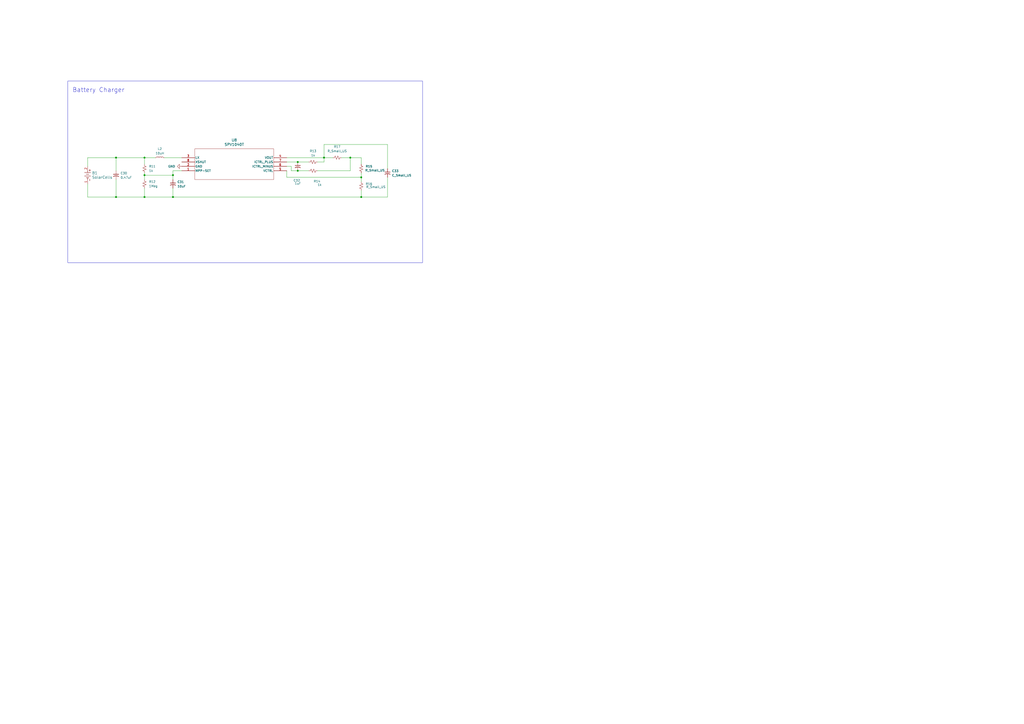
<source format=kicad_sch>
(kicad_sch (version 20250114) (generator "eeschema") (generator_version "9.0")
  (paper "A2")
  (lib_symbols
    (symbol "Device:C_Small_US" (pin_numbers (hide yes)) (pin_names (offset 0.254) (hide yes))
      (property "Reference" "C" (at 0.254 1.778 0))
      (property "Value" "C_Small_US" (at 0.254 -2.032 0))
      (symbol "C_Small_US_0_1"
        (polyline (pts (xy -1.524 0.508) (xy 1.524 0.508)) (stroke (width 0.3048)))
        (arc (start -1.524 -0.762) (mid 0 -0.3734) (end 1.524 -0.762) (stroke (width 0.3048)))
      )
      (symbol "C_Small_US_1_1"
        (pin passive line (at 0 2.54 270) (length 2.032) (name "~") (number "1"))
        (pin passive line (at 0 -2.54 90) (length 2.032) (name "~") (number "2"))
      )
    )
    (symbol "Device:L_Small" (pin_numbers (hide yes)) (pin_names (offset 0.254) (hide yes))
      (property "Reference" "L" (at 0.762 1.016 0))
      (property "Value" "L_Small" (at 0.762 -1.016 0))
      (symbol "L_Small_0_1"
        (arc (start 0 2.032) (mid 0.5058 1.524) (end 0 1.016))
        (arc (start 0 1.016) (mid 0.5058 0.508) (end 0 0))
        (arc (start 0 0) (mid 0.5058 -0.508) (end 0 -1.016))
        (arc (start 0 -1.016) (mid 0.5058 -1.524) (end 0 -2.032))
      )
      (symbol "L_Small_1_1"
        (pin passive line (at 0 2.54 270) (length 0.508) (name "~") (number "1"))
        (pin passive line (at 0 -2.54 90) (length 0.508) (name "~") (number "2"))
      )
    )
    (symbol "Device:R_Small_US" (pin_numbers (hide yes)) (pin_names (offset 0.254) (hide yes))
      (property "Reference" "R" (at 0.762 0.508 0))
      (property "Value" "R_Small_US" (at 0.762 -1.016 0))
      (symbol "R_Small_US_1_1"
        (polyline (pts (xy 0 1.524) (xy 1.016 1.143) (xy 0 0.762) (xy -1.016 0.381) (xy 0 0)))
        (polyline (pts (xy 0 0) (xy 1.016 -0.381) (xy 0 -0.762) (xy -1.016 -1.143) (xy 0 -1.524)))
        (pin passive line (at 0 2.54 270) (length 1.016) (name "~") (number "1"))
        (pin passive line (at 0 -2.54 90) (length 1.016) (name "~") (number "2"))
      )
    )
    (symbol "inspirefly:SPV1040T" (pin_names (offset 0.254))
      (property "Reference" "U8" (at 30.48 10.16 0))
      (property "Value" "SPV1040T" (at 30.48 7.62 0))
      (symbol "SPV1040T_0_1"
        (polyline (pts (xy 7.62 5.08) (xy 7.62 -12.7)) (stroke (width 0.127)))
        (polyline (pts (xy 7.62 -12.7) (xy 53.34 -12.7)) (stroke (width 0.127)))
        (polyline (pts (xy 53.34 5.08) (xy 7.62 5.08)) (stroke (width 0.127)))
        (polyline (pts (xy 53.34 -12.7) (xy 53.34 5.08)) (stroke (width 0.127)))
        (pin unspecified line (at 0 0 0) (length 7.62) (name "LX") (number "3"))
        (pin unspecified line (at 0 -2.54 0) (length 7.62) (name "XSHUT") (number "8"))
        (pin power_out line (at 0 -5.08 0) (length 7.62) (name "GND") (number "2"))
        (pin unspecified line (at 0 -7.62 0) (length 7.62) (name "MPP-SET") (number "1"))
        (pin output line (at 60.96 0 180) (length 7.62) (name "VOUT") (number "4"))
        (pin unspecified line (at 60.96 -2.54 180) (length 7.62) (name "ICTRL_PLUS") (number "7"))
        (pin unspecified line (at 60.96 -5.08 180) (length 7.62) (name "ICTRL_MINUS") (number "6"))
        (pin unspecified line (at 60.96 -7.62 180) (length 7.62) (name "VCTRL") (number "5"))
      )
    )
    (symbol "inspirefly:SolarCells" (pin_names (offset 0.254))
      (property "Reference" "B" (at 4.826 3.81 0))
      (property "Value" "SolarCells" (at 4.826 -3.81 0))
      (symbol "SolarCells_0_1"
        (polyline (pts (xy 1.778 1.27) (xy 2.794 1.27)) (stroke (width 0.2032)))
        (polyline (pts (xy 2.286 0.762) (xy 2.286 1.778)) (stroke (width 0.2032)))
        (polyline (pts (xy 2.54 0) (xy 3.4798 0)) (stroke (width 0.2032)))
        (polyline (pts (xy 3.556 -1.778) (xy 3.556 1.778)) (stroke (width 0.2032)))
        (polyline (pts (xy 4.572 0.762) (xy 4.572 -0.762)) (stroke (width 0.2032)))
        (polyline (pts (xy 5.588 -1.778) (xy 5.588 1.778)) (stroke (width 0.2032)))
        (polyline (pts (xy 6.604 0.762) (xy 6.604 -0.762)) (stroke (width 0.2032)))
        (polyline (pts (xy 6.604 0) (xy 7.62 0)) (stroke (width 0.2032)))
        (polyline (pts (xy 7.366 1.27) (xy 8.382 1.27)) (stroke (width 0.2032)))
        (pin unspecified line (at 0 0 0) (length 2.54) (name "") (number "2"))
        (pin unspecified line (at 10.16 0 180) (length 2.54) (name "") (number "1"))
      )
    )
    (symbol "power:GND" (power) (pin_numbers (hide yes)) (pin_names (offset 0) (hide yes))
      (property "Value" "GND" (at 0 -3.81 0))
      (symbol "GND_0_1"
        (polyline (pts (xy 0 0) (xy 0 -1.27) (xy 1.27 -1.27) (xy 0 -2.54) (xy -1.27 -1.27) (xy 0 -1.27)))
      )
      (symbol "GND_1_1"
        (pin power_in line (at 0 0 270) (length 0) (name "~") (number "1"))
      )
    )
  )
  (rectangle (start 39.37 46.99) (end 245.11 152.4))
  (text "Battery Charger" (at 57.15 52.324 0) (effects (font (size 2.54 2.54))))
  (junction (at 100.33 101.6))
  (junction (at 172.72 99.06))
  (junction (at 67.31 91.44))
  (junction (at 67.31 114.3))
  (junction (at 83.82 114.3))
  (junction (at 209.55 114.3))
  (junction (at 83.82 101.6))
  (junction (at 187.96 91.44))
  (junction (at 203.2 91.44))
  (junction (at 172.72 93.98))
  (junction (at 100.33 114.3))
  (junction (at 83.82 91.44))
  (junction (at 209.55 102.87))
  (wire (pts (xy 209.55 102.87) (xy 209.55 105.41)))
  (wire (pts (xy 50.8 91.44) (xy 67.31 91.44)))
  (wire (pts (xy 203.2 91.44) (xy 203.2 99.06)))
  (wire (pts (xy 100.33 99.06) (xy 105.41 99.06)))
  (wire (pts (xy 67.31 91.44) (xy 83.82 91.44)))
  (wire (pts (xy 209.55 114.3) (xy 224.79 114.3)))
  (wire (pts (xy 100.33 114.3) (xy 209.55 114.3)))
  (wire (pts (xy 166.37 96.52) (xy 168.91 96.52)))
  (wire (pts (xy 168.91 96.52) (xy 168.91 99.06)))
  (wire (pts (xy 172.72 99.06) (xy 179.07 99.06)))
  (wire (pts (xy 203.2 91.44) (xy 209.55 91.44)))
  (wire (pts (xy 100.33 101.6) (xy 100.33 99.06)))
  (wire (pts (xy 166.37 102.87) (xy 209.55 102.87)))
  (wire (pts (xy 209.55 114.3) (xy 209.55 110.49)))
  (wire (pts (xy 100.33 109.22) (xy 100.33 114.3)))
  (wire (pts (xy 209.55 100.33) (xy 209.55 102.87)))
  (wire (pts (xy 187.96 91.44) (xy 193.04 91.44)))
  (wire (pts (xy 187.96 91.44) (xy 187.96 83.82)))
  (wire (pts (xy 95.25 91.44) (xy 105.41 91.44)))
  (wire (pts (xy 83.82 100.33) (xy 83.82 101.6)))
  (wire (pts (xy 187.96 91.44) (xy 187.96 93.98)))
  (wire (pts (xy 198.12 91.44) (xy 203.2 91.44)))
  (wire (pts (xy 83.82 109.22) (xy 83.82 114.3)))
  (wire (pts (xy 83.82 91.44) (xy 83.82 95.25)))
  (wire (pts (xy 67.31 114.3) (xy 67.31 104.14)))
  (wire (pts (xy 50.8 114.3) (xy 67.31 114.3)))
  (wire (pts (xy 50.8 106.68) (xy 50.8 114.3)))
  (wire (pts (xy 67.31 114.3) (xy 83.82 114.3)))
  (wire (pts (xy 168.91 99.06) (xy 172.72 99.06)))
  (wire (pts (xy 83.82 101.6) (xy 100.33 101.6)))
  (wire (pts (xy 83.82 91.44) (xy 90.17 91.44)))
  (wire (pts (xy 172.72 93.98) (xy 179.07 93.98)))
  (wire (pts (xy 166.37 91.44) (xy 187.96 91.44)))
  (wire (pts (xy 50.8 96.52) (xy 50.8 91.44)))
  (wire (pts (xy 83.82 114.3) (xy 100.33 114.3)))
  (wire (pts (xy 67.31 91.44) (xy 67.31 99.06)))
  (wire (pts (xy 224.79 102.87) (xy 224.79 114.3)))
  (wire (pts (xy 166.37 99.06) (xy 166.37 102.87)))
  (wire (pts (xy 184.15 93.98) (xy 187.96 93.98)))
  (wire (pts (xy 83.82 101.6) (xy 83.82 104.14)))
  (wire (pts (xy 100.33 101.6) (xy 100.33 104.14)))
  (wire (pts (xy 224.79 83.82) (xy 224.79 97.79)))
  (wire (pts (xy 184.15 99.06) (xy 203.2 99.06)))
  (wire (pts (xy 209.55 91.44) (xy 209.55 95.25)))
  (wire (pts (xy 187.96 83.82) (xy 224.79 83.82)))
  (wire (pts (xy 166.37 93.98) (xy 172.72 93.98)))
  (symbol (lib_id "Device:L_Small") (at 92.71 91.44 90) (unit 1)
    (property "Reference" "L2" (at 92.71 86.36 90))
    (property "Value" "10uH" (at 92.71 88.9 90))
    (property "Description" "Inductor, small symbol" (effects (hide yes)))
  )
  (symbol (lib_id "Device:C_Small_US") (at 224.79 100.33 0) (unit 1)
    (property "Reference" "C33" (at 227.33 99.1869 0) (effects (justify left)))
    (property "Value" "C_Small_US" (at 227.33 101.7269 0) (effects (justify left)))
    (property "Description" "capacitor, small US symbol" (effects (hide yes)))
  )
  (symbol (lib_id "Device:R_Small_US") (at 83.82 97.79 0) (unit 1)
    (property "Reference" "R11" (at 86.36 96.5199 0) (effects (justify left)))
    (property "Value" "1k" (at 86.36 99.0599 0) (effects (justify left)))
    (property "Description" "Resistor, small US symbol" (effects (hide yes)))
  )
  (symbol (lib_id "Device:C_Small_US") (at 172.72 96.52 0) (unit 1)
    (property "Reference" "C32" (at 170.18 104.648 0) (effects (justify left)))
    (property "Value" "1uF" (at 170.942 106.426 0) (effects (justify left)))
    (property "Description" "capacitor, small US symbol" (effects (hide yes)))
  )
  (symbol (lib_id "Device:R_Small_US") (at 181.61 99.06 90) (unit 1)
    (property "Reference" "R14" (at 183.896 105.156 90))
    (property "Value" "1k" (at 185.42 107.188 90))
    (property "Description" "Resistor, small US symbol" (effects (hide yes)))
  )
  (symbol (lib_id "Device:R_Small_US") (at 195.58 91.44 90) (unit 1)
    (property "Reference" "R17" (at 195.58 85.09 90))
    (property "Value" "R_Small_US" (at 195.58 87.63 90))
    (property "Description" "Resistor, small US symbol" (effects (hide yes)))
  )
  (symbol (lib_id "Device:C_Small_US") (at 67.31 101.6 0) (unit 1)
    (property "Reference" "C30" (at 69.85 100.4569 0) (effects (justify left)))
    (property "Value" "0.47uF" (at 69.85 102.9969 0) (effects (justify left)))
    (property "Description" "capacitor, small US symbol" (effects (hide yes)))
  )
  (symbol (lib_id "Device:C_Small_US") (at 100.33 106.68 0) (unit 1)
    (property "Reference" "C31" (at 102.87 105.5369 0) (effects (justify left)))
    (property "Value" "10uF" (at 102.87 108.0769 0) (effects (justify left)))
    (property "Description" "capacitor, small US symbol" (effects (hide yes)))
  )
  (symbol (lib_id "inspirefly:SPV1040T") (at 105.41 91.44 0) (unit 1)
    (property "Reference" "U8" (at 135.89 81.28 0) (effects (font (size 1.524 1.524))))
    (property "Value" "SPV1040T" (at 135.89 83.82 0) (effects (font (size 1.524 1.524))))
    (property "Footprint" "SOIC_1040T_STM" (effects (hide yes)))
    (property "Datasheet" "https://www.st.com/resource/en/datasheet/spv1040.pdf" (effects (hide yes)))
  )
  (symbol (lib_id "Device:R_Small_US") (at 209.55 107.95 0) (unit 1)
    (property "Reference" "R16" (at 212.09 106.6799 0) (effects (justify left)))
    (property "Value" "R_Small_US" (at 212.344 108.458 0) (effects (justify left)))
    (property "Description" "Resistor, small US symbol" (effects (hide yes)))
  )
  (symbol (lib_id "Device:R_Small_US") (at 209.55 97.79 0) (unit 1)
    (property "Reference" "R15" (at 212.09 96.5199 0) (effects (justify left)))
    (property "Value" "R_Small_US" (at 211.836 98.806 0) (effects (justify left)))
    (property "Description" "Resistor, small US symbol" (effects (hide yes)))
  )
  (symbol (lib_id "Device:R_Small_US") (at 83.82 106.68 0) (unit 1)
    (property "Reference" "R12" (at 86.36 105.4099 0) (effects (justify left)))
    (property "Value" "1Meg" (at 86.36 107.9499 0) (effects (justify left)))
    (property "Description" "Resistor, small US symbol" (effects (hide yes)))
  )
  (symbol (lib_id "inspirefly:SolarCells") (at 50.8 96.52 270) (unit 1)
    (property "Reference" "B1" (at 53.34 100.3299 90) (effects (font (size 1.524 1.524)) (justify left)))
    (property "Value" "SolarCells" (at 53.34 102.8699 90) (effects (font (size 1.524 1.524)) (justify left)))
    (property "Footprint" "KXOB25-05X3F_IXY" (effects (hide yes)))
    (property "Datasheet" "KXOB25-05X3F" (effects (hide yes)))
  )
  (symbol (lib_id "power:GND") (at 105.41 96.52 270) (unit 1)
    (property "Reference" "#PWR048" (effects (hide yes)))
    (property "Value" "GND" (at 101.6 96.5199 90) (effects (justify right)))
    (property "Description" "Power symbol creates a global label with name \"GND\" , ground" (effects (hide yes)))
  )
  (symbol (lib_id "Device:R_Small_US") (at 181.61 93.98 90) (unit 1)
    (property "Reference" "R13" (at 181.61 87.63 90))
    (property "Value" "1k" (at 181.61 90.17 90))
    (property "Description" "Resistor, small US symbol" (effects (hide yes)))
  )
)
</source>
